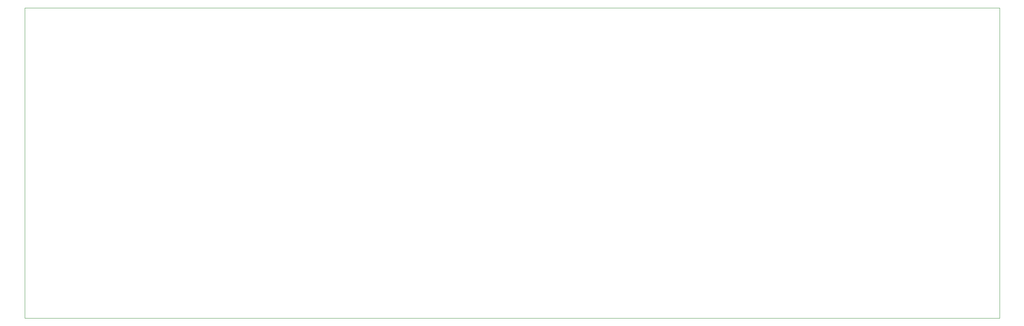
<source format=gbr>
%TF.GenerationSoftware,KiCad,Pcbnew,(6.0.7)*%
%TF.CreationDate,2023-06-05T08:41:08+05:30*%
%TF.ProjectId,autonomous chess playing machine,6175746f-6e6f-46d6-9f75-732063686573,rev?*%
%TF.SameCoordinates,Original*%
%TF.FileFunction,Legend,Bot*%
%TF.FilePolarity,Positive*%
%FSLAX46Y46*%
G04 Gerber Fmt 4.6, Leading zero omitted, Abs format (unit mm)*
G04 Created by KiCad (PCBNEW (6.0.7)) date 2023-06-05 08:41:08*
%MOMM*%
%LPD*%
G01*
G04 APERTURE LIST*
%TA.AperFunction,Profile*%
%ADD10C,0.100000*%
%TD*%
G04 APERTURE END LIST*
D10*
X28000000Y-30000000D02*
X248000000Y-30000000D01*
X248000000Y-30000000D02*
X248000000Y-100000000D01*
X248000000Y-100000000D02*
X28000000Y-100000000D01*
X28000000Y-100000000D02*
X28000000Y-30000000D01*
M02*

</source>
